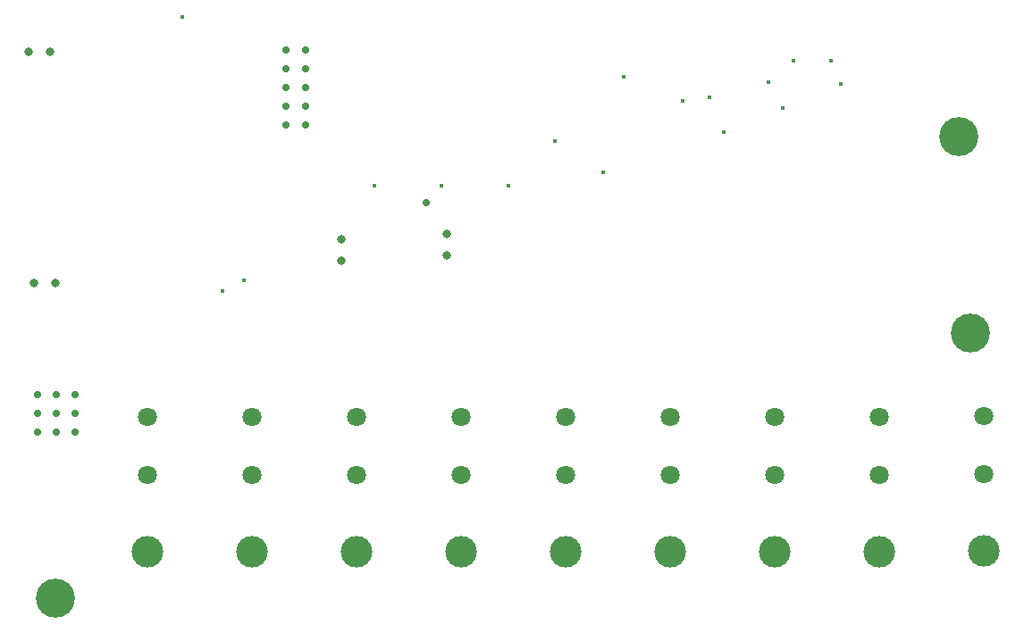
<source format=gbr>
%TF.GenerationSoftware,Altium Limited,Altium Designer,23.4.1 (23)*%
G04 Layer_Color=0*
%FSLAX45Y45*%
%MOMM*%
%TF.SameCoordinates,D7948EBF-BAFE-4555-BCF9-67E6E8CB6B5E*%
%TF.FilePolarity,Positive*%
%TF.FileFunction,Plated,1,2,PTH,Drill*%
%TF.Part,Single*%
G01*
G75*
%TA.AperFunction,ComponentDrill*%
%ADD65C,0.80000*%
%ADD66C,0.80000*%
%ADD67C,1.80000*%
%ADD68C,3.00000*%
%ADD69C,3.70000*%
%TA.AperFunction,ViaDrill,NotFilled*%
%ADD70C,0.38100*%
%ADD71C,0.71120*%
D65*
X6002400Y6300800D02*
D03*
Y6500800D02*
D03*
X7002400Y6550800D02*
D03*
Y6350800D02*
D03*
D66*
X3039300Y8283300D02*
D03*
X3239300D02*
D03*
X3089300Y6083300D02*
D03*
X3289300D02*
D03*
D67*
X12090400Y4273300D02*
D03*
Y4823300D02*
D03*
X11099800Y4819700D02*
D03*
Y4269700D02*
D03*
X10109200Y4819700D02*
D03*
Y4269700D02*
D03*
X9118600Y4819700D02*
D03*
Y4269700D02*
D03*
X8128000Y4819700D02*
D03*
Y4269700D02*
D03*
X7137400Y4819700D02*
D03*
Y4269700D02*
D03*
X6146800Y4819700D02*
D03*
Y4269700D02*
D03*
X5156200Y4819700D02*
D03*
Y4269700D02*
D03*
X4165600Y4819700D02*
D03*
Y4269700D02*
D03*
D68*
X12090400Y3543300D02*
D03*
X11099800Y3539700D02*
D03*
X10109200D02*
D03*
X9118600D02*
D03*
X8128000D02*
D03*
X7137400D02*
D03*
X6146800D02*
D03*
X5156200D02*
D03*
X4165600D02*
D03*
D69*
X11850700Y7476900D02*
D03*
X11965000Y5610000D02*
D03*
X3290900Y3095400D02*
D03*
D70*
X10287000Y8191500D02*
D03*
X8026400Y7429500D02*
D03*
X8483600Y7137400D02*
D03*
X6946900Y7010400D02*
D03*
X6311900D02*
D03*
X7581900D02*
D03*
X8674100Y8039100D02*
D03*
X5080000Y6108700D02*
D03*
X4876800Y6007100D02*
D03*
X4495800Y8610600D02*
D03*
X10045700Y7988300D02*
D03*
X9232900Y7810500D02*
D03*
X9486900Y7848600D02*
D03*
X10185400Y7747000D02*
D03*
X10642600Y8191500D02*
D03*
X9626600Y7518400D02*
D03*
X10731500Y7975600D02*
D03*
D71*
X6807200Y6845300D02*
D03*
X5664200Y7581900D02*
D03*
X5473700D02*
D03*
X5664200Y7759700D02*
D03*
X5473700D02*
D03*
X5664200Y7937500D02*
D03*
X5473700D02*
D03*
X5664200Y8115300D02*
D03*
X5473700D02*
D03*
X5664200Y8293100D02*
D03*
X5473700D02*
D03*
X3479800Y5029200D02*
D03*
X3302000D02*
D03*
X3124200D02*
D03*
Y4673600D02*
D03*
Y4851400D02*
D03*
X3302000D02*
D03*
Y4673600D02*
D03*
X3479800D02*
D03*
Y4851400D02*
D03*
%TF.MD5,d3c2d29dd57ce87209d3cfc26e0c3a2e*%
M02*

</source>
